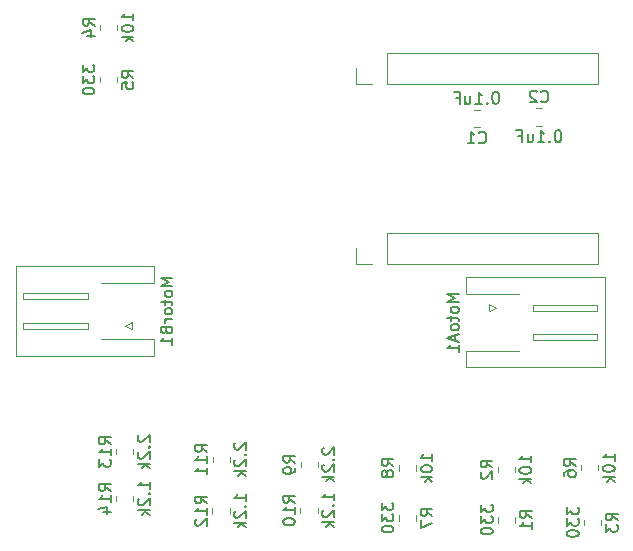
<source format=gbr>
%TF.GenerationSoftware,KiCad,Pcbnew,9.0.4*%
%TF.CreationDate,2025-10-15T08:51:35-06:00*%
%TF.ProjectId,Sumo_RapsPico,53756d6f-5f52-4617-9073-5069636f2e6b,rev?*%
%TF.SameCoordinates,Original*%
%TF.FileFunction,Legend,Bot*%
%TF.FilePolarity,Positive*%
%FSLAX46Y46*%
G04 Gerber Fmt 4.6, Leading zero omitted, Abs format (unit mm)*
G04 Created by KiCad (PCBNEW 9.0.4) date 2025-10-15 08:51:35*
%MOMM*%
%LPD*%
G01*
G04 APERTURE LIST*
%ADD10C,0.150000*%
%ADD11C,0.120000*%
G04 APERTURE END LIST*
D10*
X136564819Y-65821428D02*
X135564819Y-65821428D01*
X135564819Y-65821428D02*
X136279104Y-66154761D01*
X136279104Y-66154761D02*
X135564819Y-66488094D01*
X135564819Y-66488094D02*
X136564819Y-66488094D01*
X136564819Y-67107142D02*
X136517200Y-67011904D01*
X136517200Y-67011904D02*
X136469580Y-66964285D01*
X136469580Y-66964285D02*
X136374342Y-66916666D01*
X136374342Y-66916666D02*
X136088628Y-66916666D01*
X136088628Y-66916666D02*
X135993390Y-66964285D01*
X135993390Y-66964285D02*
X135945771Y-67011904D01*
X135945771Y-67011904D02*
X135898152Y-67107142D01*
X135898152Y-67107142D02*
X135898152Y-67249999D01*
X135898152Y-67249999D02*
X135945771Y-67345237D01*
X135945771Y-67345237D02*
X135993390Y-67392856D01*
X135993390Y-67392856D02*
X136088628Y-67440475D01*
X136088628Y-67440475D02*
X136374342Y-67440475D01*
X136374342Y-67440475D02*
X136469580Y-67392856D01*
X136469580Y-67392856D02*
X136517200Y-67345237D01*
X136517200Y-67345237D02*
X136564819Y-67249999D01*
X136564819Y-67249999D02*
X136564819Y-67107142D01*
X135898152Y-67726190D02*
X135898152Y-68107142D01*
X135564819Y-67869047D02*
X136421961Y-67869047D01*
X136421961Y-67869047D02*
X136517200Y-67916666D01*
X136517200Y-67916666D02*
X136564819Y-68011904D01*
X136564819Y-68011904D02*
X136564819Y-68107142D01*
X136564819Y-68583333D02*
X136517200Y-68488095D01*
X136517200Y-68488095D02*
X136469580Y-68440476D01*
X136469580Y-68440476D02*
X136374342Y-68392857D01*
X136374342Y-68392857D02*
X136088628Y-68392857D01*
X136088628Y-68392857D02*
X135993390Y-68440476D01*
X135993390Y-68440476D02*
X135945771Y-68488095D01*
X135945771Y-68488095D02*
X135898152Y-68583333D01*
X135898152Y-68583333D02*
X135898152Y-68726190D01*
X135898152Y-68726190D02*
X135945771Y-68821428D01*
X135945771Y-68821428D02*
X135993390Y-68869047D01*
X135993390Y-68869047D02*
X136088628Y-68916666D01*
X136088628Y-68916666D02*
X136374342Y-68916666D01*
X136374342Y-68916666D02*
X136469580Y-68869047D01*
X136469580Y-68869047D02*
X136517200Y-68821428D01*
X136517200Y-68821428D02*
X136564819Y-68726190D01*
X136564819Y-68726190D02*
X136564819Y-68583333D01*
X136279104Y-69297619D02*
X136279104Y-69773809D01*
X136564819Y-69202381D02*
X135564819Y-69535714D01*
X135564819Y-69535714D02*
X136564819Y-69869047D01*
X136564819Y-70726190D02*
X136564819Y-70154762D01*
X136564819Y-70440476D02*
X135564819Y-70440476D01*
X135564819Y-70440476D02*
X135707676Y-70345238D01*
X135707676Y-70345238D02*
X135802914Y-70250000D01*
X135802914Y-70250000D02*
X135850533Y-70154762D01*
X139404819Y-80533333D02*
X138928628Y-80200000D01*
X139404819Y-79961905D02*
X138404819Y-79961905D01*
X138404819Y-79961905D02*
X138404819Y-80342857D01*
X138404819Y-80342857D02*
X138452438Y-80438095D01*
X138452438Y-80438095D02*
X138500057Y-80485714D01*
X138500057Y-80485714D02*
X138595295Y-80533333D01*
X138595295Y-80533333D02*
X138738152Y-80533333D01*
X138738152Y-80533333D02*
X138833390Y-80485714D01*
X138833390Y-80485714D02*
X138881009Y-80438095D01*
X138881009Y-80438095D02*
X138928628Y-80342857D01*
X138928628Y-80342857D02*
X138928628Y-79961905D01*
X138500057Y-80914286D02*
X138452438Y-80961905D01*
X138452438Y-80961905D02*
X138404819Y-81057143D01*
X138404819Y-81057143D02*
X138404819Y-81295238D01*
X138404819Y-81295238D02*
X138452438Y-81390476D01*
X138452438Y-81390476D02*
X138500057Y-81438095D01*
X138500057Y-81438095D02*
X138595295Y-81485714D01*
X138595295Y-81485714D02*
X138690533Y-81485714D01*
X138690533Y-81485714D02*
X138833390Y-81438095D01*
X138833390Y-81438095D02*
X139404819Y-80866667D01*
X139404819Y-80866667D02*
X139404819Y-81485714D01*
X142704819Y-80104761D02*
X142704819Y-79533333D01*
X142704819Y-79819047D02*
X141704819Y-79819047D01*
X141704819Y-79819047D02*
X141847676Y-79723809D01*
X141847676Y-79723809D02*
X141942914Y-79628571D01*
X141942914Y-79628571D02*
X141990533Y-79533333D01*
X141704819Y-80723809D02*
X141704819Y-80819047D01*
X141704819Y-80819047D02*
X141752438Y-80914285D01*
X141752438Y-80914285D02*
X141800057Y-80961904D01*
X141800057Y-80961904D02*
X141895295Y-81009523D01*
X141895295Y-81009523D02*
X142085771Y-81057142D01*
X142085771Y-81057142D02*
X142323866Y-81057142D01*
X142323866Y-81057142D02*
X142514342Y-81009523D01*
X142514342Y-81009523D02*
X142609580Y-80961904D01*
X142609580Y-80961904D02*
X142657200Y-80914285D01*
X142657200Y-80914285D02*
X142704819Y-80819047D01*
X142704819Y-80819047D02*
X142704819Y-80723809D01*
X142704819Y-80723809D02*
X142657200Y-80628571D01*
X142657200Y-80628571D02*
X142609580Y-80580952D01*
X142609580Y-80580952D02*
X142514342Y-80533333D01*
X142514342Y-80533333D02*
X142323866Y-80485714D01*
X142323866Y-80485714D02*
X142085771Y-80485714D01*
X142085771Y-80485714D02*
X141895295Y-80533333D01*
X141895295Y-80533333D02*
X141800057Y-80580952D01*
X141800057Y-80580952D02*
X141752438Y-80628571D01*
X141752438Y-80628571D02*
X141704819Y-80723809D01*
X142704819Y-81485714D02*
X141704819Y-81485714D01*
X142323866Y-81580952D02*
X142704819Y-81866666D01*
X142038152Y-81866666D02*
X142419104Y-81485714D01*
X131034819Y-80403333D02*
X130558628Y-80070000D01*
X131034819Y-79831905D02*
X130034819Y-79831905D01*
X130034819Y-79831905D02*
X130034819Y-80212857D01*
X130034819Y-80212857D02*
X130082438Y-80308095D01*
X130082438Y-80308095D02*
X130130057Y-80355714D01*
X130130057Y-80355714D02*
X130225295Y-80403333D01*
X130225295Y-80403333D02*
X130368152Y-80403333D01*
X130368152Y-80403333D02*
X130463390Y-80355714D01*
X130463390Y-80355714D02*
X130511009Y-80308095D01*
X130511009Y-80308095D02*
X130558628Y-80212857D01*
X130558628Y-80212857D02*
X130558628Y-79831905D01*
X130463390Y-80974762D02*
X130415771Y-80879524D01*
X130415771Y-80879524D02*
X130368152Y-80831905D01*
X130368152Y-80831905D02*
X130272914Y-80784286D01*
X130272914Y-80784286D02*
X130225295Y-80784286D01*
X130225295Y-80784286D02*
X130130057Y-80831905D01*
X130130057Y-80831905D02*
X130082438Y-80879524D01*
X130082438Y-80879524D02*
X130034819Y-80974762D01*
X130034819Y-80974762D02*
X130034819Y-81165238D01*
X130034819Y-81165238D02*
X130082438Y-81260476D01*
X130082438Y-81260476D02*
X130130057Y-81308095D01*
X130130057Y-81308095D02*
X130225295Y-81355714D01*
X130225295Y-81355714D02*
X130272914Y-81355714D01*
X130272914Y-81355714D02*
X130368152Y-81308095D01*
X130368152Y-81308095D02*
X130415771Y-81260476D01*
X130415771Y-81260476D02*
X130463390Y-81165238D01*
X130463390Y-81165238D02*
X130463390Y-80974762D01*
X130463390Y-80974762D02*
X130511009Y-80879524D01*
X130511009Y-80879524D02*
X130558628Y-80831905D01*
X130558628Y-80831905D02*
X130653866Y-80784286D01*
X130653866Y-80784286D02*
X130844342Y-80784286D01*
X130844342Y-80784286D02*
X130939580Y-80831905D01*
X130939580Y-80831905D02*
X130987200Y-80879524D01*
X130987200Y-80879524D02*
X131034819Y-80974762D01*
X131034819Y-80974762D02*
X131034819Y-81165238D01*
X131034819Y-81165238D02*
X130987200Y-81260476D01*
X130987200Y-81260476D02*
X130939580Y-81308095D01*
X130939580Y-81308095D02*
X130844342Y-81355714D01*
X130844342Y-81355714D02*
X130653866Y-81355714D01*
X130653866Y-81355714D02*
X130558628Y-81308095D01*
X130558628Y-81308095D02*
X130511009Y-81260476D01*
X130511009Y-81260476D02*
X130463390Y-81165238D01*
X134334819Y-79974761D02*
X134334819Y-79403333D01*
X134334819Y-79689047D02*
X133334819Y-79689047D01*
X133334819Y-79689047D02*
X133477676Y-79593809D01*
X133477676Y-79593809D02*
X133572914Y-79498571D01*
X133572914Y-79498571D02*
X133620533Y-79403333D01*
X133334819Y-80593809D02*
X133334819Y-80689047D01*
X133334819Y-80689047D02*
X133382438Y-80784285D01*
X133382438Y-80784285D02*
X133430057Y-80831904D01*
X133430057Y-80831904D02*
X133525295Y-80879523D01*
X133525295Y-80879523D02*
X133715771Y-80927142D01*
X133715771Y-80927142D02*
X133953866Y-80927142D01*
X133953866Y-80927142D02*
X134144342Y-80879523D01*
X134144342Y-80879523D02*
X134239580Y-80831904D01*
X134239580Y-80831904D02*
X134287200Y-80784285D01*
X134287200Y-80784285D02*
X134334819Y-80689047D01*
X134334819Y-80689047D02*
X134334819Y-80593809D01*
X134334819Y-80593809D02*
X134287200Y-80498571D01*
X134287200Y-80498571D02*
X134239580Y-80450952D01*
X134239580Y-80450952D02*
X134144342Y-80403333D01*
X134144342Y-80403333D02*
X133953866Y-80355714D01*
X133953866Y-80355714D02*
X133715771Y-80355714D01*
X133715771Y-80355714D02*
X133525295Y-80403333D01*
X133525295Y-80403333D02*
X133430057Y-80450952D01*
X133430057Y-80450952D02*
X133382438Y-80498571D01*
X133382438Y-80498571D02*
X133334819Y-80593809D01*
X134334819Y-81355714D02*
X133334819Y-81355714D01*
X133953866Y-81450952D02*
X134334819Y-81736666D01*
X133668152Y-81736666D02*
X134049104Y-81355714D01*
X109014819Y-47543333D02*
X108538628Y-47210000D01*
X109014819Y-46971905D02*
X108014819Y-46971905D01*
X108014819Y-46971905D02*
X108014819Y-47352857D01*
X108014819Y-47352857D02*
X108062438Y-47448095D01*
X108062438Y-47448095D02*
X108110057Y-47495714D01*
X108110057Y-47495714D02*
X108205295Y-47543333D01*
X108205295Y-47543333D02*
X108348152Y-47543333D01*
X108348152Y-47543333D02*
X108443390Y-47495714D01*
X108443390Y-47495714D02*
X108491009Y-47448095D01*
X108491009Y-47448095D02*
X108538628Y-47352857D01*
X108538628Y-47352857D02*
X108538628Y-46971905D01*
X108014819Y-48448095D02*
X108014819Y-47971905D01*
X108014819Y-47971905D02*
X108491009Y-47924286D01*
X108491009Y-47924286D02*
X108443390Y-47971905D01*
X108443390Y-47971905D02*
X108395771Y-48067143D01*
X108395771Y-48067143D02*
X108395771Y-48305238D01*
X108395771Y-48305238D02*
X108443390Y-48400476D01*
X108443390Y-48400476D02*
X108491009Y-48448095D01*
X108491009Y-48448095D02*
X108586247Y-48495714D01*
X108586247Y-48495714D02*
X108824342Y-48495714D01*
X108824342Y-48495714D02*
X108919580Y-48448095D01*
X108919580Y-48448095D02*
X108967200Y-48400476D01*
X108967200Y-48400476D02*
X109014819Y-48305238D01*
X109014819Y-48305238D02*
X109014819Y-48067143D01*
X109014819Y-48067143D02*
X108967200Y-47971905D01*
X108967200Y-47971905D02*
X108919580Y-47924286D01*
X104714819Y-46424286D02*
X104714819Y-47043333D01*
X104714819Y-47043333D02*
X105095771Y-46710000D01*
X105095771Y-46710000D02*
X105095771Y-46852857D01*
X105095771Y-46852857D02*
X105143390Y-46948095D01*
X105143390Y-46948095D02*
X105191009Y-46995714D01*
X105191009Y-46995714D02*
X105286247Y-47043333D01*
X105286247Y-47043333D02*
X105524342Y-47043333D01*
X105524342Y-47043333D02*
X105619580Y-46995714D01*
X105619580Y-46995714D02*
X105667200Y-46948095D01*
X105667200Y-46948095D02*
X105714819Y-46852857D01*
X105714819Y-46852857D02*
X105714819Y-46567143D01*
X105714819Y-46567143D02*
X105667200Y-46471905D01*
X105667200Y-46471905D02*
X105619580Y-46424286D01*
X104714819Y-47376667D02*
X104714819Y-47995714D01*
X104714819Y-47995714D02*
X105095771Y-47662381D01*
X105095771Y-47662381D02*
X105095771Y-47805238D01*
X105095771Y-47805238D02*
X105143390Y-47900476D01*
X105143390Y-47900476D02*
X105191009Y-47948095D01*
X105191009Y-47948095D02*
X105286247Y-47995714D01*
X105286247Y-47995714D02*
X105524342Y-47995714D01*
X105524342Y-47995714D02*
X105619580Y-47948095D01*
X105619580Y-47948095D02*
X105667200Y-47900476D01*
X105667200Y-47900476D02*
X105714819Y-47805238D01*
X105714819Y-47805238D02*
X105714819Y-47519524D01*
X105714819Y-47519524D02*
X105667200Y-47424286D01*
X105667200Y-47424286D02*
X105619580Y-47376667D01*
X104714819Y-48614762D02*
X104714819Y-48710000D01*
X104714819Y-48710000D02*
X104762438Y-48805238D01*
X104762438Y-48805238D02*
X104810057Y-48852857D01*
X104810057Y-48852857D02*
X104905295Y-48900476D01*
X104905295Y-48900476D02*
X105095771Y-48948095D01*
X105095771Y-48948095D02*
X105333866Y-48948095D01*
X105333866Y-48948095D02*
X105524342Y-48900476D01*
X105524342Y-48900476D02*
X105619580Y-48852857D01*
X105619580Y-48852857D02*
X105667200Y-48805238D01*
X105667200Y-48805238D02*
X105714819Y-48710000D01*
X105714819Y-48710000D02*
X105714819Y-48614762D01*
X105714819Y-48614762D02*
X105667200Y-48519524D01*
X105667200Y-48519524D02*
X105619580Y-48471905D01*
X105619580Y-48471905D02*
X105524342Y-48424286D01*
X105524342Y-48424286D02*
X105333866Y-48376667D01*
X105333866Y-48376667D02*
X105095771Y-48376667D01*
X105095771Y-48376667D02*
X104905295Y-48424286D01*
X104905295Y-48424286D02*
X104810057Y-48471905D01*
X104810057Y-48471905D02*
X104762438Y-48519524D01*
X104762438Y-48519524D02*
X104714819Y-48614762D01*
X142724819Y-84803333D02*
X142248628Y-84470000D01*
X142724819Y-84231905D02*
X141724819Y-84231905D01*
X141724819Y-84231905D02*
X141724819Y-84612857D01*
X141724819Y-84612857D02*
X141772438Y-84708095D01*
X141772438Y-84708095D02*
X141820057Y-84755714D01*
X141820057Y-84755714D02*
X141915295Y-84803333D01*
X141915295Y-84803333D02*
X142058152Y-84803333D01*
X142058152Y-84803333D02*
X142153390Y-84755714D01*
X142153390Y-84755714D02*
X142201009Y-84708095D01*
X142201009Y-84708095D02*
X142248628Y-84612857D01*
X142248628Y-84612857D02*
X142248628Y-84231905D01*
X142724819Y-85755714D02*
X142724819Y-85184286D01*
X142724819Y-85470000D02*
X141724819Y-85470000D01*
X141724819Y-85470000D02*
X141867676Y-85374762D01*
X141867676Y-85374762D02*
X141962914Y-85279524D01*
X141962914Y-85279524D02*
X142010533Y-85184286D01*
X138424819Y-83684286D02*
X138424819Y-84303333D01*
X138424819Y-84303333D02*
X138805771Y-83970000D01*
X138805771Y-83970000D02*
X138805771Y-84112857D01*
X138805771Y-84112857D02*
X138853390Y-84208095D01*
X138853390Y-84208095D02*
X138901009Y-84255714D01*
X138901009Y-84255714D02*
X138996247Y-84303333D01*
X138996247Y-84303333D02*
X139234342Y-84303333D01*
X139234342Y-84303333D02*
X139329580Y-84255714D01*
X139329580Y-84255714D02*
X139377200Y-84208095D01*
X139377200Y-84208095D02*
X139424819Y-84112857D01*
X139424819Y-84112857D02*
X139424819Y-83827143D01*
X139424819Y-83827143D02*
X139377200Y-83731905D01*
X139377200Y-83731905D02*
X139329580Y-83684286D01*
X138424819Y-84636667D02*
X138424819Y-85255714D01*
X138424819Y-85255714D02*
X138805771Y-84922381D01*
X138805771Y-84922381D02*
X138805771Y-85065238D01*
X138805771Y-85065238D02*
X138853390Y-85160476D01*
X138853390Y-85160476D02*
X138901009Y-85208095D01*
X138901009Y-85208095D02*
X138996247Y-85255714D01*
X138996247Y-85255714D02*
X139234342Y-85255714D01*
X139234342Y-85255714D02*
X139329580Y-85208095D01*
X139329580Y-85208095D02*
X139377200Y-85160476D01*
X139377200Y-85160476D02*
X139424819Y-85065238D01*
X139424819Y-85065238D02*
X139424819Y-84779524D01*
X139424819Y-84779524D02*
X139377200Y-84684286D01*
X139377200Y-84684286D02*
X139329580Y-84636667D01*
X138424819Y-85874762D02*
X138424819Y-85970000D01*
X138424819Y-85970000D02*
X138472438Y-86065238D01*
X138472438Y-86065238D02*
X138520057Y-86112857D01*
X138520057Y-86112857D02*
X138615295Y-86160476D01*
X138615295Y-86160476D02*
X138805771Y-86208095D01*
X138805771Y-86208095D02*
X139043866Y-86208095D01*
X139043866Y-86208095D02*
X139234342Y-86160476D01*
X139234342Y-86160476D02*
X139329580Y-86112857D01*
X139329580Y-86112857D02*
X139377200Y-86065238D01*
X139377200Y-86065238D02*
X139424819Y-85970000D01*
X139424819Y-85970000D02*
X139424819Y-85874762D01*
X139424819Y-85874762D02*
X139377200Y-85779524D01*
X139377200Y-85779524D02*
X139329580Y-85731905D01*
X139329580Y-85731905D02*
X139234342Y-85684286D01*
X139234342Y-85684286D02*
X139043866Y-85636667D01*
X139043866Y-85636667D02*
X138805771Y-85636667D01*
X138805771Y-85636667D02*
X138615295Y-85684286D01*
X138615295Y-85684286D02*
X138520057Y-85731905D01*
X138520057Y-85731905D02*
X138472438Y-85779524D01*
X138472438Y-85779524D02*
X138424819Y-85874762D01*
X122694819Y-83507142D02*
X122218628Y-83173809D01*
X122694819Y-82935714D02*
X121694819Y-82935714D01*
X121694819Y-82935714D02*
X121694819Y-83316666D01*
X121694819Y-83316666D02*
X121742438Y-83411904D01*
X121742438Y-83411904D02*
X121790057Y-83459523D01*
X121790057Y-83459523D02*
X121885295Y-83507142D01*
X121885295Y-83507142D02*
X122028152Y-83507142D01*
X122028152Y-83507142D02*
X122123390Y-83459523D01*
X122123390Y-83459523D02*
X122171009Y-83411904D01*
X122171009Y-83411904D02*
X122218628Y-83316666D01*
X122218628Y-83316666D02*
X122218628Y-82935714D01*
X122694819Y-84459523D02*
X122694819Y-83888095D01*
X122694819Y-84173809D02*
X121694819Y-84173809D01*
X121694819Y-84173809D02*
X121837676Y-84078571D01*
X121837676Y-84078571D02*
X121932914Y-83983333D01*
X121932914Y-83983333D02*
X121980533Y-83888095D01*
X121694819Y-85078571D02*
X121694819Y-85173809D01*
X121694819Y-85173809D02*
X121742438Y-85269047D01*
X121742438Y-85269047D02*
X121790057Y-85316666D01*
X121790057Y-85316666D02*
X121885295Y-85364285D01*
X121885295Y-85364285D02*
X122075771Y-85411904D01*
X122075771Y-85411904D02*
X122313866Y-85411904D01*
X122313866Y-85411904D02*
X122504342Y-85364285D01*
X122504342Y-85364285D02*
X122599580Y-85316666D01*
X122599580Y-85316666D02*
X122647200Y-85269047D01*
X122647200Y-85269047D02*
X122694819Y-85173809D01*
X122694819Y-85173809D02*
X122694819Y-85078571D01*
X122694819Y-85078571D02*
X122647200Y-84983333D01*
X122647200Y-84983333D02*
X122599580Y-84935714D01*
X122599580Y-84935714D02*
X122504342Y-84888095D01*
X122504342Y-84888095D02*
X122313866Y-84840476D01*
X122313866Y-84840476D02*
X122075771Y-84840476D01*
X122075771Y-84840476D02*
X121885295Y-84888095D01*
X121885295Y-84888095D02*
X121790057Y-84935714D01*
X121790057Y-84935714D02*
X121742438Y-84983333D01*
X121742438Y-84983333D02*
X121694819Y-85078571D01*
X125994819Y-83316666D02*
X125994819Y-82745238D01*
X125994819Y-83030952D02*
X124994819Y-83030952D01*
X124994819Y-83030952D02*
X125137676Y-82935714D01*
X125137676Y-82935714D02*
X125232914Y-82840476D01*
X125232914Y-82840476D02*
X125280533Y-82745238D01*
X125899580Y-83745238D02*
X125947200Y-83792857D01*
X125947200Y-83792857D02*
X125994819Y-83745238D01*
X125994819Y-83745238D02*
X125947200Y-83697619D01*
X125947200Y-83697619D02*
X125899580Y-83745238D01*
X125899580Y-83745238D02*
X125994819Y-83745238D01*
X125090057Y-84173809D02*
X125042438Y-84221428D01*
X125042438Y-84221428D02*
X124994819Y-84316666D01*
X124994819Y-84316666D02*
X124994819Y-84554761D01*
X124994819Y-84554761D02*
X125042438Y-84649999D01*
X125042438Y-84649999D02*
X125090057Y-84697618D01*
X125090057Y-84697618D02*
X125185295Y-84745237D01*
X125185295Y-84745237D02*
X125280533Y-84745237D01*
X125280533Y-84745237D02*
X125423390Y-84697618D01*
X125423390Y-84697618D02*
X125994819Y-84126190D01*
X125994819Y-84126190D02*
X125994819Y-84745237D01*
X125994819Y-85173809D02*
X124994819Y-85173809D01*
X125613866Y-85269047D02*
X125994819Y-85554761D01*
X125328152Y-85554761D02*
X125709104Y-85173809D01*
X134334819Y-84633333D02*
X133858628Y-84300000D01*
X134334819Y-84061905D02*
X133334819Y-84061905D01*
X133334819Y-84061905D02*
X133334819Y-84442857D01*
X133334819Y-84442857D02*
X133382438Y-84538095D01*
X133382438Y-84538095D02*
X133430057Y-84585714D01*
X133430057Y-84585714D02*
X133525295Y-84633333D01*
X133525295Y-84633333D02*
X133668152Y-84633333D01*
X133668152Y-84633333D02*
X133763390Y-84585714D01*
X133763390Y-84585714D02*
X133811009Y-84538095D01*
X133811009Y-84538095D02*
X133858628Y-84442857D01*
X133858628Y-84442857D02*
X133858628Y-84061905D01*
X133334819Y-84966667D02*
X133334819Y-85633333D01*
X133334819Y-85633333D02*
X134334819Y-85204762D01*
X130034819Y-83514286D02*
X130034819Y-84133333D01*
X130034819Y-84133333D02*
X130415771Y-83800000D01*
X130415771Y-83800000D02*
X130415771Y-83942857D01*
X130415771Y-83942857D02*
X130463390Y-84038095D01*
X130463390Y-84038095D02*
X130511009Y-84085714D01*
X130511009Y-84085714D02*
X130606247Y-84133333D01*
X130606247Y-84133333D02*
X130844342Y-84133333D01*
X130844342Y-84133333D02*
X130939580Y-84085714D01*
X130939580Y-84085714D02*
X130987200Y-84038095D01*
X130987200Y-84038095D02*
X131034819Y-83942857D01*
X131034819Y-83942857D02*
X131034819Y-83657143D01*
X131034819Y-83657143D02*
X130987200Y-83561905D01*
X130987200Y-83561905D02*
X130939580Y-83514286D01*
X130034819Y-84466667D02*
X130034819Y-85085714D01*
X130034819Y-85085714D02*
X130415771Y-84752381D01*
X130415771Y-84752381D02*
X130415771Y-84895238D01*
X130415771Y-84895238D02*
X130463390Y-84990476D01*
X130463390Y-84990476D02*
X130511009Y-85038095D01*
X130511009Y-85038095D02*
X130606247Y-85085714D01*
X130606247Y-85085714D02*
X130844342Y-85085714D01*
X130844342Y-85085714D02*
X130939580Y-85038095D01*
X130939580Y-85038095D02*
X130987200Y-84990476D01*
X130987200Y-84990476D02*
X131034819Y-84895238D01*
X131034819Y-84895238D02*
X131034819Y-84609524D01*
X131034819Y-84609524D02*
X130987200Y-84514286D01*
X130987200Y-84514286D02*
X130939580Y-84466667D01*
X130034819Y-85704762D02*
X130034819Y-85800000D01*
X130034819Y-85800000D02*
X130082438Y-85895238D01*
X130082438Y-85895238D02*
X130130057Y-85942857D01*
X130130057Y-85942857D02*
X130225295Y-85990476D01*
X130225295Y-85990476D02*
X130415771Y-86038095D01*
X130415771Y-86038095D02*
X130653866Y-86038095D01*
X130653866Y-86038095D02*
X130844342Y-85990476D01*
X130844342Y-85990476D02*
X130939580Y-85942857D01*
X130939580Y-85942857D02*
X130987200Y-85895238D01*
X130987200Y-85895238D02*
X131034819Y-85800000D01*
X131034819Y-85800000D02*
X131034819Y-85704762D01*
X131034819Y-85704762D02*
X130987200Y-85609524D01*
X130987200Y-85609524D02*
X130939580Y-85561905D01*
X130939580Y-85561905D02*
X130844342Y-85514286D01*
X130844342Y-85514286D02*
X130653866Y-85466667D01*
X130653866Y-85466667D02*
X130415771Y-85466667D01*
X130415771Y-85466667D02*
X130225295Y-85514286D01*
X130225295Y-85514286D02*
X130130057Y-85561905D01*
X130130057Y-85561905D02*
X130082438Y-85609524D01*
X130082438Y-85609524D02*
X130034819Y-85704762D01*
X143536666Y-49529580D02*
X143584285Y-49577200D01*
X143584285Y-49577200D02*
X143727142Y-49624819D01*
X143727142Y-49624819D02*
X143822380Y-49624819D01*
X143822380Y-49624819D02*
X143965237Y-49577200D01*
X143965237Y-49577200D02*
X144060475Y-49481961D01*
X144060475Y-49481961D02*
X144108094Y-49386723D01*
X144108094Y-49386723D02*
X144155713Y-49196247D01*
X144155713Y-49196247D02*
X144155713Y-49053390D01*
X144155713Y-49053390D02*
X144108094Y-48862914D01*
X144108094Y-48862914D02*
X144060475Y-48767676D01*
X144060475Y-48767676D02*
X143965237Y-48672438D01*
X143965237Y-48672438D02*
X143822380Y-48624819D01*
X143822380Y-48624819D02*
X143727142Y-48624819D01*
X143727142Y-48624819D02*
X143584285Y-48672438D01*
X143584285Y-48672438D02*
X143536666Y-48720057D01*
X143155713Y-48720057D02*
X143108094Y-48672438D01*
X143108094Y-48672438D02*
X143012856Y-48624819D01*
X143012856Y-48624819D02*
X142774761Y-48624819D01*
X142774761Y-48624819D02*
X142679523Y-48672438D01*
X142679523Y-48672438D02*
X142631904Y-48720057D01*
X142631904Y-48720057D02*
X142584285Y-48815295D01*
X142584285Y-48815295D02*
X142584285Y-48910533D01*
X142584285Y-48910533D02*
X142631904Y-49053390D01*
X142631904Y-49053390D02*
X143203332Y-49624819D01*
X143203332Y-49624819D02*
X142584285Y-49624819D01*
X145012856Y-51984819D02*
X144917618Y-51984819D01*
X144917618Y-51984819D02*
X144822380Y-52032438D01*
X144822380Y-52032438D02*
X144774761Y-52080057D01*
X144774761Y-52080057D02*
X144727142Y-52175295D01*
X144727142Y-52175295D02*
X144679523Y-52365771D01*
X144679523Y-52365771D02*
X144679523Y-52603866D01*
X144679523Y-52603866D02*
X144727142Y-52794342D01*
X144727142Y-52794342D02*
X144774761Y-52889580D01*
X144774761Y-52889580D02*
X144822380Y-52937200D01*
X144822380Y-52937200D02*
X144917618Y-52984819D01*
X144917618Y-52984819D02*
X145012856Y-52984819D01*
X145012856Y-52984819D02*
X145108094Y-52937200D01*
X145108094Y-52937200D02*
X145155713Y-52889580D01*
X145155713Y-52889580D02*
X145203332Y-52794342D01*
X145203332Y-52794342D02*
X145250951Y-52603866D01*
X145250951Y-52603866D02*
X145250951Y-52365771D01*
X145250951Y-52365771D02*
X145203332Y-52175295D01*
X145203332Y-52175295D02*
X145155713Y-52080057D01*
X145155713Y-52080057D02*
X145108094Y-52032438D01*
X145108094Y-52032438D02*
X145012856Y-51984819D01*
X144250951Y-52889580D02*
X144203332Y-52937200D01*
X144203332Y-52937200D02*
X144250951Y-52984819D01*
X144250951Y-52984819D02*
X144298570Y-52937200D01*
X144298570Y-52937200D02*
X144250951Y-52889580D01*
X144250951Y-52889580D02*
X144250951Y-52984819D01*
X143250952Y-52984819D02*
X143822380Y-52984819D01*
X143536666Y-52984819D02*
X143536666Y-51984819D01*
X143536666Y-51984819D02*
X143631904Y-52127676D01*
X143631904Y-52127676D02*
X143727142Y-52222914D01*
X143727142Y-52222914D02*
X143822380Y-52270533D01*
X142393809Y-52318152D02*
X142393809Y-52984819D01*
X142822380Y-52318152D02*
X142822380Y-52841961D01*
X142822380Y-52841961D02*
X142774761Y-52937200D01*
X142774761Y-52937200D02*
X142679523Y-52984819D01*
X142679523Y-52984819D02*
X142536666Y-52984819D01*
X142536666Y-52984819D02*
X142441428Y-52937200D01*
X142441428Y-52937200D02*
X142393809Y-52889580D01*
X141584285Y-52461009D02*
X141917618Y-52461009D01*
X141917618Y-52984819D02*
X141917618Y-51984819D01*
X141917618Y-51984819D02*
X141441428Y-51984819D01*
X122724819Y-80113333D02*
X122248628Y-79780000D01*
X122724819Y-79541905D02*
X121724819Y-79541905D01*
X121724819Y-79541905D02*
X121724819Y-79922857D01*
X121724819Y-79922857D02*
X121772438Y-80018095D01*
X121772438Y-80018095D02*
X121820057Y-80065714D01*
X121820057Y-80065714D02*
X121915295Y-80113333D01*
X121915295Y-80113333D02*
X122058152Y-80113333D01*
X122058152Y-80113333D02*
X122153390Y-80065714D01*
X122153390Y-80065714D02*
X122201009Y-80018095D01*
X122201009Y-80018095D02*
X122248628Y-79922857D01*
X122248628Y-79922857D02*
X122248628Y-79541905D01*
X122724819Y-80589524D02*
X122724819Y-80780000D01*
X122724819Y-80780000D02*
X122677200Y-80875238D01*
X122677200Y-80875238D02*
X122629580Y-80922857D01*
X122629580Y-80922857D02*
X122486723Y-81018095D01*
X122486723Y-81018095D02*
X122296247Y-81065714D01*
X122296247Y-81065714D02*
X121915295Y-81065714D01*
X121915295Y-81065714D02*
X121820057Y-81018095D01*
X121820057Y-81018095D02*
X121772438Y-80970476D01*
X121772438Y-80970476D02*
X121724819Y-80875238D01*
X121724819Y-80875238D02*
X121724819Y-80684762D01*
X121724819Y-80684762D02*
X121772438Y-80589524D01*
X121772438Y-80589524D02*
X121820057Y-80541905D01*
X121820057Y-80541905D02*
X121915295Y-80494286D01*
X121915295Y-80494286D02*
X122153390Y-80494286D01*
X122153390Y-80494286D02*
X122248628Y-80541905D01*
X122248628Y-80541905D02*
X122296247Y-80589524D01*
X122296247Y-80589524D02*
X122343866Y-80684762D01*
X122343866Y-80684762D02*
X122343866Y-80875238D01*
X122343866Y-80875238D02*
X122296247Y-80970476D01*
X122296247Y-80970476D02*
X122248628Y-81018095D01*
X122248628Y-81018095D02*
X122153390Y-81065714D01*
X125120057Y-78875238D02*
X125072438Y-78922857D01*
X125072438Y-78922857D02*
X125024819Y-79018095D01*
X125024819Y-79018095D02*
X125024819Y-79256190D01*
X125024819Y-79256190D02*
X125072438Y-79351428D01*
X125072438Y-79351428D02*
X125120057Y-79399047D01*
X125120057Y-79399047D02*
X125215295Y-79446666D01*
X125215295Y-79446666D02*
X125310533Y-79446666D01*
X125310533Y-79446666D02*
X125453390Y-79399047D01*
X125453390Y-79399047D02*
X126024819Y-78827619D01*
X126024819Y-78827619D02*
X126024819Y-79446666D01*
X125929580Y-79875238D02*
X125977200Y-79922857D01*
X125977200Y-79922857D02*
X126024819Y-79875238D01*
X126024819Y-79875238D02*
X125977200Y-79827619D01*
X125977200Y-79827619D02*
X125929580Y-79875238D01*
X125929580Y-79875238D02*
X126024819Y-79875238D01*
X125120057Y-80303809D02*
X125072438Y-80351428D01*
X125072438Y-80351428D02*
X125024819Y-80446666D01*
X125024819Y-80446666D02*
X125024819Y-80684761D01*
X125024819Y-80684761D02*
X125072438Y-80779999D01*
X125072438Y-80779999D02*
X125120057Y-80827618D01*
X125120057Y-80827618D02*
X125215295Y-80875237D01*
X125215295Y-80875237D02*
X125310533Y-80875237D01*
X125310533Y-80875237D02*
X125453390Y-80827618D01*
X125453390Y-80827618D02*
X126024819Y-80256190D01*
X126024819Y-80256190D02*
X126024819Y-80875237D01*
X126024819Y-81303809D02*
X125024819Y-81303809D01*
X125643866Y-81399047D02*
X126024819Y-81684761D01*
X125358152Y-81684761D02*
X125739104Y-81303809D01*
X150014819Y-85013333D02*
X149538628Y-84680000D01*
X150014819Y-84441905D02*
X149014819Y-84441905D01*
X149014819Y-84441905D02*
X149014819Y-84822857D01*
X149014819Y-84822857D02*
X149062438Y-84918095D01*
X149062438Y-84918095D02*
X149110057Y-84965714D01*
X149110057Y-84965714D02*
X149205295Y-85013333D01*
X149205295Y-85013333D02*
X149348152Y-85013333D01*
X149348152Y-85013333D02*
X149443390Y-84965714D01*
X149443390Y-84965714D02*
X149491009Y-84918095D01*
X149491009Y-84918095D02*
X149538628Y-84822857D01*
X149538628Y-84822857D02*
X149538628Y-84441905D01*
X149014819Y-85346667D02*
X149014819Y-85965714D01*
X149014819Y-85965714D02*
X149395771Y-85632381D01*
X149395771Y-85632381D02*
X149395771Y-85775238D01*
X149395771Y-85775238D02*
X149443390Y-85870476D01*
X149443390Y-85870476D02*
X149491009Y-85918095D01*
X149491009Y-85918095D02*
X149586247Y-85965714D01*
X149586247Y-85965714D02*
X149824342Y-85965714D01*
X149824342Y-85965714D02*
X149919580Y-85918095D01*
X149919580Y-85918095D02*
X149967200Y-85870476D01*
X149967200Y-85870476D02*
X150014819Y-85775238D01*
X150014819Y-85775238D02*
X150014819Y-85489524D01*
X150014819Y-85489524D02*
X149967200Y-85394286D01*
X149967200Y-85394286D02*
X149919580Y-85346667D01*
X145714819Y-83894286D02*
X145714819Y-84513333D01*
X145714819Y-84513333D02*
X146095771Y-84180000D01*
X146095771Y-84180000D02*
X146095771Y-84322857D01*
X146095771Y-84322857D02*
X146143390Y-84418095D01*
X146143390Y-84418095D02*
X146191009Y-84465714D01*
X146191009Y-84465714D02*
X146286247Y-84513333D01*
X146286247Y-84513333D02*
X146524342Y-84513333D01*
X146524342Y-84513333D02*
X146619580Y-84465714D01*
X146619580Y-84465714D02*
X146667200Y-84418095D01*
X146667200Y-84418095D02*
X146714819Y-84322857D01*
X146714819Y-84322857D02*
X146714819Y-84037143D01*
X146714819Y-84037143D02*
X146667200Y-83941905D01*
X146667200Y-83941905D02*
X146619580Y-83894286D01*
X145714819Y-84846667D02*
X145714819Y-85465714D01*
X145714819Y-85465714D02*
X146095771Y-85132381D01*
X146095771Y-85132381D02*
X146095771Y-85275238D01*
X146095771Y-85275238D02*
X146143390Y-85370476D01*
X146143390Y-85370476D02*
X146191009Y-85418095D01*
X146191009Y-85418095D02*
X146286247Y-85465714D01*
X146286247Y-85465714D02*
X146524342Y-85465714D01*
X146524342Y-85465714D02*
X146619580Y-85418095D01*
X146619580Y-85418095D02*
X146667200Y-85370476D01*
X146667200Y-85370476D02*
X146714819Y-85275238D01*
X146714819Y-85275238D02*
X146714819Y-84989524D01*
X146714819Y-84989524D02*
X146667200Y-84894286D01*
X146667200Y-84894286D02*
X146619580Y-84846667D01*
X145714819Y-86084762D02*
X145714819Y-86180000D01*
X145714819Y-86180000D02*
X145762438Y-86275238D01*
X145762438Y-86275238D02*
X145810057Y-86322857D01*
X145810057Y-86322857D02*
X145905295Y-86370476D01*
X145905295Y-86370476D02*
X146095771Y-86418095D01*
X146095771Y-86418095D02*
X146333866Y-86418095D01*
X146333866Y-86418095D02*
X146524342Y-86370476D01*
X146524342Y-86370476D02*
X146619580Y-86322857D01*
X146619580Y-86322857D02*
X146667200Y-86275238D01*
X146667200Y-86275238D02*
X146714819Y-86180000D01*
X146714819Y-86180000D02*
X146714819Y-86084762D01*
X146714819Y-86084762D02*
X146667200Y-85989524D01*
X146667200Y-85989524D02*
X146619580Y-85941905D01*
X146619580Y-85941905D02*
X146524342Y-85894286D01*
X146524342Y-85894286D02*
X146333866Y-85846667D01*
X146333866Y-85846667D02*
X146095771Y-85846667D01*
X146095771Y-85846667D02*
X145905295Y-85894286D01*
X145905295Y-85894286D02*
X145810057Y-85941905D01*
X145810057Y-85941905D02*
X145762438Y-85989524D01*
X145762438Y-85989524D02*
X145714819Y-86084762D01*
X107094819Y-78557142D02*
X106618628Y-78223809D01*
X107094819Y-77985714D02*
X106094819Y-77985714D01*
X106094819Y-77985714D02*
X106094819Y-78366666D01*
X106094819Y-78366666D02*
X106142438Y-78461904D01*
X106142438Y-78461904D02*
X106190057Y-78509523D01*
X106190057Y-78509523D02*
X106285295Y-78557142D01*
X106285295Y-78557142D02*
X106428152Y-78557142D01*
X106428152Y-78557142D02*
X106523390Y-78509523D01*
X106523390Y-78509523D02*
X106571009Y-78461904D01*
X106571009Y-78461904D02*
X106618628Y-78366666D01*
X106618628Y-78366666D02*
X106618628Y-77985714D01*
X107094819Y-79509523D02*
X107094819Y-78938095D01*
X107094819Y-79223809D02*
X106094819Y-79223809D01*
X106094819Y-79223809D02*
X106237676Y-79128571D01*
X106237676Y-79128571D02*
X106332914Y-79033333D01*
X106332914Y-79033333D02*
X106380533Y-78938095D01*
X106094819Y-79842857D02*
X106094819Y-80461904D01*
X106094819Y-80461904D02*
X106475771Y-80128571D01*
X106475771Y-80128571D02*
X106475771Y-80271428D01*
X106475771Y-80271428D02*
X106523390Y-80366666D01*
X106523390Y-80366666D02*
X106571009Y-80414285D01*
X106571009Y-80414285D02*
X106666247Y-80461904D01*
X106666247Y-80461904D02*
X106904342Y-80461904D01*
X106904342Y-80461904D02*
X106999580Y-80414285D01*
X106999580Y-80414285D02*
X107047200Y-80366666D01*
X107047200Y-80366666D02*
X107094819Y-80271428D01*
X107094819Y-80271428D02*
X107094819Y-79985714D01*
X107094819Y-79985714D02*
X107047200Y-79890476D01*
X107047200Y-79890476D02*
X106999580Y-79842857D01*
X109490057Y-77795238D02*
X109442438Y-77842857D01*
X109442438Y-77842857D02*
X109394819Y-77938095D01*
X109394819Y-77938095D02*
X109394819Y-78176190D01*
X109394819Y-78176190D02*
X109442438Y-78271428D01*
X109442438Y-78271428D02*
X109490057Y-78319047D01*
X109490057Y-78319047D02*
X109585295Y-78366666D01*
X109585295Y-78366666D02*
X109680533Y-78366666D01*
X109680533Y-78366666D02*
X109823390Y-78319047D01*
X109823390Y-78319047D02*
X110394819Y-77747619D01*
X110394819Y-77747619D02*
X110394819Y-78366666D01*
X110299580Y-78795238D02*
X110347200Y-78842857D01*
X110347200Y-78842857D02*
X110394819Y-78795238D01*
X110394819Y-78795238D02*
X110347200Y-78747619D01*
X110347200Y-78747619D02*
X110299580Y-78795238D01*
X110299580Y-78795238D02*
X110394819Y-78795238D01*
X109490057Y-79223809D02*
X109442438Y-79271428D01*
X109442438Y-79271428D02*
X109394819Y-79366666D01*
X109394819Y-79366666D02*
X109394819Y-79604761D01*
X109394819Y-79604761D02*
X109442438Y-79699999D01*
X109442438Y-79699999D02*
X109490057Y-79747618D01*
X109490057Y-79747618D02*
X109585295Y-79795237D01*
X109585295Y-79795237D02*
X109680533Y-79795237D01*
X109680533Y-79795237D02*
X109823390Y-79747618D01*
X109823390Y-79747618D02*
X110394819Y-79176190D01*
X110394819Y-79176190D02*
X110394819Y-79795237D01*
X110394819Y-80223809D02*
X109394819Y-80223809D01*
X110013866Y-80319047D02*
X110394819Y-80604761D01*
X109728152Y-80604761D02*
X110109104Y-80223809D01*
X138266666Y-52999580D02*
X138314285Y-53047200D01*
X138314285Y-53047200D02*
X138457142Y-53094819D01*
X138457142Y-53094819D02*
X138552380Y-53094819D01*
X138552380Y-53094819D02*
X138695237Y-53047200D01*
X138695237Y-53047200D02*
X138790475Y-52951961D01*
X138790475Y-52951961D02*
X138838094Y-52856723D01*
X138838094Y-52856723D02*
X138885713Y-52666247D01*
X138885713Y-52666247D02*
X138885713Y-52523390D01*
X138885713Y-52523390D02*
X138838094Y-52332914D01*
X138838094Y-52332914D02*
X138790475Y-52237676D01*
X138790475Y-52237676D02*
X138695237Y-52142438D01*
X138695237Y-52142438D02*
X138552380Y-52094819D01*
X138552380Y-52094819D02*
X138457142Y-52094819D01*
X138457142Y-52094819D02*
X138314285Y-52142438D01*
X138314285Y-52142438D02*
X138266666Y-52190057D01*
X137314285Y-53094819D02*
X137885713Y-53094819D01*
X137599999Y-53094819D02*
X137599999Y-52094819D01*
X137599999Y-52094819D02*
X137695237Y-52237676D01*
X137695237Y-52237676D02*
X137790475Y-52332914D01*
X137790475Y-52332914D02*
X137885713Y-52380533D01*
X139742856Y-48734819D02*
X139647618Y-48734819D01*
X139647618Y-48734819D02*
X139552380Y-48782438D01*
X139552380Y-48782438D02*
X139504761Y-48830057D01*
X139504761Y-48830057D02*
X139457142Y-48925295D01*
X139457142Y-48925295D02*
X139409523Y-49115771D01*
X139409523Y-49115771D02*
X139409523Y-49353866D01*
X139409523Y-49353866D02*
X139457142Y-49544342D01*
X139457142Y-49544342D02*
X139504761Y-49639580D01*
X139504761Y-49639580D02*
X139552380Y-49687200D01*
X139552380Y-49687200D02*
X139647618Y-49734819D01*
X139647618Y-49734819D02*
X139742856Y-49734819D01*
X139742856Y-49734819D02*
X139838094Y-49687200D01*
X139838094Y-49687200D02*
X139885713Y-49639580D01*
X139885713Y-49639580D02*
X139933332Y-49544342D01*
X139933332Y-49544342D02*
X139980951Y-49353866D01*
X139980951Y-49353866D02*
X139980951Y-49115771D01*
X139980951Y-49115771D02*
X139933332Y-48925295D01*
X139933332Y-48925295D02*
X139885713Y-48830057D01*
X139885713Y-48830057D02*
X139838094Y-48782438D01*
X139838094Y-48782438D02*
X139742856Y-48734819D01*
X138980951Y-49639580D02*
X138933332Y-49687200D01*
X138933332Y-49687200D02*
X138980951Y-49734819D01*
X138980951Y-49734819D02*
X139028570Y-49687200D01*
X139028570Y-49687200D02*
X138980951Y-49639580D01*
X138980951Y-49639580D02*
X138980951Y-49734819D01*
X137980952Y-49734819D02*
X138552380Y-49734819D01*
X138266666Y-49734819D02*
X138266666Y-48734819D01*
X138266666Y-48734819D02*
X138361904Y-48877676D01*
X138361904Y-48877676D02*
X138457142Y-48972914D01*
X138457142Y-48972914D02*
X138552380Y-49020533D01*
X137123809Y-49068152D02*
X137123809Y-49734819D01*
X137552380Y-49068152D02*
X137552380Y-49591961D01*
X137552380Y-49591961D02*
X137504761Y-49687200D01*
X137504761Y-49687200D02*
X137409523Y-49734819D01*
X137409523Y-49734819D02*
X137266666Y-49734819D01*
X137266666Y-49734819D02*
X137171428Y-49687200D01*
X137171428Y-49687200D02*
X137123809Y-49639580D01*
X136314285Y-49211009D02*
X136647618Y-49211009D01*
X136647618Y-49734819D02*
X136647618Y-48734819D01*
X136647618Y-48734819D02*
X136171428Y-48734819D01*
X146464819Y-80393333D02*
X145988628Y-80060000D01*
X146464819Y-79821905D02*
X145464819Y-79821905D01*
X145464819Y-79821905D02*
X145464819Y-80202857D01*
X145464819Y-80202857D02*
X145512438Y-80298095D01*
X145512438Y-80298095D02*
X145560057Y-80345714D01*
X145560057Y-80345714D02*
X145655295Y-80393333D01*
X145655295Y-80393333D02*
X145798152Y-80393333D01*
X145798152Y-80393333D02*
X145893390Y-80345714D01*
X145893390Y-80345714D02*
X145941009Y-80298095D01*
X145941009Y-80298095D02*
X145988628Y-80202857D01*
X145988628Y-80202857D02*
X145988628Y-79821905D01*
X145464819Y-81250476D02*
X145464819Y-81060000D01*
X145464819Y-81060000D02*
X145512438Y-80964762D01*
X145512438Y-80964762D02*
X145560057Y-80917143D01*
X145560057Y-80917143D02*
X145702914Y-80821905D01*
X145702914Y-80821905D02*
X145893390Y-80774286D01*
X145893390Y-80774286D02*
X146274342Y-80774286D01*
X146274342Y-80774286D02*
X146369580Y-80821905D01*
X146369580Y-80821905D02*
X146417200Y-80869524D01*
X146417200Y-80869524D02*
X146464819Y-80964762D01*
X146464819Y-80964762D02*
X146464819Y-81155238D01*
X146464819Y-81155238D02*
X146417200Y-81250476D01*
X146417200Y-81250476D02*
X146369580Y-81298095D01*
X146369580Y-81298095D02*
X146274342Y-81345714D01*
X146274342Y-81345714D02*
X146036247Y-81345714D01*
X146036247Y-81345714D02*
X145941009Y-81298095D01*
X145941009Y-81298095D02*
X145893390Y-81250476D01*
X145893390Y-81250476D02*
X145845771Y-81155238D01*
X145845771Y-81155238D02*
X145845771Y-80964762D01*
X145845771Y-80964762D02*
X145893390Y-80869524D01*
X145893390Y-80869524D02*
X145941009Y-80821905D01*
X145941009Y-80821905D02*
X146036247Y-80774286D01*
X149764819Y-79964761D02*
X149764819Y-79393333D01*
X149764819Y-79679047D02*
X148764819Y-79679047D01*
X148764819Y-79679047D02*
X148907676Y-79583809D01*
X148907676Y-79583809D02*
X149002914Y-79488571D01*
X149002914Y-79488571D02*
X149050533Y-79393333D01*
X148764819Y-80583809D02*
X148764819Y-80679047D01*
X148764819Y-80679047D02*
X148812438Y-80774285D01*
X148812438Y-80774285D02*
X148860057Y-80821904D01*
X148860057Y-80821904D02*
X148955295Y-80869523D01*
X148955295Y-80869523D02*
X149145771Y-80917142D01*
X149145771Y-80917142D02*
X149383866Y-80917142D01*
X149383866Y-80917142D02*
X149574342Y-80869523D01*
X149574342Y-80869523D02*
X149669580Y-80821904D01*
X149669580Y-80821904D02*
X149717200Y-80774285D01*
X149717200Y-80774285D02*
X149764819Y-80679047D01*
X149764819Y-80679047D02*
X149764819Y-80583809D01*
X149764819Y-80583809D02*
X149717200Y-80488571D01*
X149717200Y-80488571D02*
X149669580Y-80440952D01*
X149669580Y-80440952D02*
X149574342Y-80393333D01*
X149574342Y-80393333D02*
X149383866Y-80345714D01*
X149383866Y-80345714D02*
X149145771Y-80345714D01*
X149145771Y-80345714D02*
X148955295Y-80393333D01*
X148955295Y-80393333D02*
X148860057Y-80440952D01*
X148860057Y-80440952D02*
X148812438Y-80488571D01*
X148812438Y-80488571D02*
X148764819Y-80583809D01*
X149764819Y-81345714D02*
X148764819Y-81345714D01*
X149383866Y-81440952D02*
X149764819Y-81726666D01*
X149098152Y-81726666D02*
X149479104Y-81345714D01*
X115234819Y-83567142D02*
X114758628Y-83233809D01*
X115234819Y-82995714D02*
X114234819Y-82995714D01*
X114234819Y-82995714D02*
X114234819Y-83376666D01*
X114234819Y-83376666D02*
X114282438Y-83471904D01*
X114282438Y-83471904D02*
X114330057Y-83519523D01*
X114330057Y-83519523D02*
X114425295Y-83567142D01*
X114425295Y-83567142D02*
X114568152Y-83567142D01*
X114568152Y-83567142D02*
X114663390Y-83519523D01*
X114663390Y-83519523D02*
X114711009Y-83471904D01*
X114711009Y-83471904D02*
X114758628Y-83376666D01*
X114758628Y-83376666D02*
X114758628Y-82995714D01*
X115234819Y-84519523D02*
X115234819Y-83948095D01*
X115234819Y-84233809D02*
X114234819Y-84233809D01*
X114234819Y-84233809D02*
X114377676Y-84138571D01*
X114377676Y-84138571D02*
X114472914Y-84043333D01*
X114472914Y-84043333D02*
X114520533Y-83948095D01*
X114330057Y-84900476D02*
X114282438Y-84948095D01*
X114282438Y-84948095D02*
X114234819Y-85043333D01*
X114234819Y-85043333D02*
X114234819Y-85281428D01*
X114234819Y-85281428D02*
X114282438Y-85376666D01*
X114282438Y-85376666D02*
X114330057Y-85424285D01*
X114330057Y-85424285D02*
X114425295Y-85471904D01*
X114425295Y-85471904D02*
X114520533Y-85471904D01*
X114520533Y-85471904D02*
X114663390Y-85424285D01*
X114663390Y-85424285D02*
X115234819Y-84852857D01*
X115234819Y-84852857D02*
X115234819Y-85471904D01*
X118534819Y-83376666D02*
X118534819Y-82805238D01*
X118534819Y-83090952D02*
X117534819Y-83090952D01*
X117534819Y-83090952D02*
X117677676Y-82995714D01*
X117677676Y-82995714D02*
X117772914Y-82900476D01*
X117772914Y-82900476D02*
X117820533Y-82805238D01*
X118439580Y-83805238D02*
X118487200Y-83852857D01*
X118487200Y-83852857D02*
X118534819Y-83805238D01*
X118534819Y-83805238D02*
X118487200Y-83757619D01*
X118487200Y-83757619D02*
X118439580Y-83805238D01*
X118439580Y-83805238D02*
X118534819Y-83805238D01*
X117630057Y-84233809D02*
X117582438Y-84281428D01*
X117582438Y-84281428D02*
X117534819Y-84376666D01*
X117534819Y-84376666D02*
X117534819Y-84614761D01*
X117534819Y-84614761D02*
X117582438Y-84709999D01*
X117582438Y-84709999D02*
X117630057Y-84757618D01*
X117630057Y-84757618D02*
X117725295Y-84805237D01*
X117725295Y-84805237D02*
X117820533Y-84805237D01*
X117820533Y-84805237D02*
X117963390Y-84757618D01*
X117963390Y-84757618D02*
X118534819Y-84186190D01*
X118534819Y-84186190D02*
X118534819Y-84805237D01*
X118534819Y-85233809D02*
X117534819Y-85233809D01*
X118153866Y-85329047D02*
X118534819Y-85614761D01*
X117868152Y-85614761D02*
X118249104Y-85233809D01*
X115264819Y-79207142D02*
X114788628Y-78873809D01*
X115264819Y-78635714D02*
X114264819Y-78635714D01*
X114264819Y-78635714D02*
X114264819Y-79016666D01*
X114264819Y-79016666D02*
X114312438Y-79111904D01*
X114312438Y-79111904D02*
X114360057Y-79159523D01*
X114360057Y-79159523D02*
X114455295Y-79207142D01*
X114455295Y-79207142D02*
X114598152Y-79207142D01*
X114598152Y-79207142D02*
X114693390Y-79159523D01*
X114693390Y-79159523D02*
X114741009Y-79111904D01*
X114741009Y-79111904D02*
X114788628Y-79016666D01*
X114788628Y-79016666D02*
X114788628Y-78635714D01*
X115264819Y-80159523D02*
X115264819Y-79588095D01*
X115264819Y-79873809D02*
X114264819Y-79873809D01*
X114264819Y-79873809D02*
X114407676Y-79778571D01*
X114407676Y-79778571D02*
X114502914Y-79683333D01*
X114502914Y-79683333D02*
X114550533Y-79588095D01*
X115264819Y-81111904D02*
X115264819Y-80540476D01*
X115264819Y-80826190D02*
X114264819Y-80826190D01*
X114264819Y-80826190D02*
X114407676Y-80730952D01*
X114407676Y-80730952D02*
X114502914Y-80635714D01*
X114502914Y-80635714D02*
X114550533Y-80540476D01*
X117660057Y-78445238D02*
X117612438Y-78492857D01*
X117612438Y-78492857D02*
X117564819Y-78588095D01*
X117564819Y-78588095D02*
X117564819Y-78826190D01*
X117564819Y-78826190D02*
X117612438Y-78921428D01*
X117612438Y-78921428D02*
X117660057Y-78969047D01*
X117660057Y-78969047D02*
X117755295Y-79016666D01*
X117755295Y-79016666D02*
X117850533Y-79016666D01*
X117850533Y-79016666D02*
X117993390Y-78969047D01*
X117993390Y-78969047D02*
X118564819Y-78397619D01*
X118564819Y-78397619D02*
X118564819Y-79016666D01*
X118469580Y-79445238D02*
X118517200Y-79492857D01*
X118517200Y-79492857D02*
X118564819Y-79445238D01*
X118564819Y-79445238D02*
X118517200Y-79397619D01*
X118517200Y-79397619D02*
X118469580Y-79445238D01*
X118469580Y-79445238D02*
X118564819Y-79445238D01*
X117660057Y-79873809D02*
X117612438Y-79921428D01*
X117612438Y-79921428D02*
X117564819Y-80016666D01*
X117564819Y-80016666D02*
X117564819Y-80254761D01*
X117564819Y-80254761D02*
X117612438Y-80349999D01*
X117612438Y-80349999D02*
X117660057Y-80397618D01*
X117660057Y-80397618D02*
X117755295Y-80445237D01*
X117755295Y-80445237D02*
X117850533Y-80445237D01*
X117850533Y-80445237D02*
X117993390Y-80397618D01*
X117993390Y-80397618D02*
X118564819Y-79826190D01*
X118564819Y-79826190D02*
X118564819Y-80445237D01*
X118564819Y-80873809D02*
X117564819Y-80873809D01*
X118183866Y-80969047D02*
X118564819Y-81254761D01*
X117898152Y-81254761D02*
X118279104Y-80873809D01*
X112324819Y-64470476D02*
X111324819Y-64470476D01*
X111324819Y-64470476D02*
X112039104Y-64803809D01*
X112039104Y-64803809D02*
X111324819Y-65137142D01*
X111324819Y-65137142D02*
X112324819Y-65137142D01*
X112324819Y-65756190D02*
X112277200Y-65660952D01*
X112277200Y-65660952D02*
X112229580Y-65613333D01*
X112229580Y-65613333D02*
X112134342Y-65565714D01*
X112134342Y-65565714D02*
X111848628Y-65565714D01*
X111848628Y-65565714D02*
X111753390Y-65613333D01*
X111753390Y-65613333D02*
X111705771Y-65660952D01*
X111705771Y-65660952D02*
X111658152Y-65756190D01*
X111658152Y-65756190D02*
X111658152Y-65899047D01*
X111658152Y-65899047D02*
X111705771Y-65994285D01*
X111705771Y-65994285D02*
X111753390Y-66041904D01*
X111753390Y-66041904D02*
X111848628Y-66089523D01*
X111848628Y-66089523D02*
X112134342Y-66089523D01*
X112134342Y-66089523D02*
X112229580Y-66041904D01*
X112229580Y-66041904D02*
X112277200Y-65994285D01*
X112277200Y-65994285D02*
X112324819Y-65899047D01*
X112324819Y-65899047D02*
X112324819Y-65756190D01*
X111658152Y-66375238D02*
X111658152Y-66756190D01*
X111324819Y-66518095D02*
X112181961Y-66518095D01*
X112181961Y-66518095D02*
X112277200Y-66565714D01*
X112277200Y-66565714D02*
X112324819Y-66660952D01*
X112324819Y-66660952D02*
X112324819Y-66756190D01*
X112324819Y-67232381D02*
X112277200Y-67137143D01*
X112277200Y-67137143D02*
X112229580Y-67089524D01*
X112229580Y-67089524D02*
X112134342Y-67041905D01*
X112134342Y-67041905D02*
X111848628Y-67041905D01*
X111848628Y-67041905D02*
X111753390Y-67089524D01*
X111753390Y-67089524D02*
X111705771Y-67137143D01*
X111705771Y-67137143D02*
X111658152Y-67232381D01*
X111658152Y-67232381D02*
X111658152Y-67375238D01*
X111658152Y-67375238D02*
X111705771Y-67470476D01*
X111705771Y-67470476D02*
X111753390Y-67518095D01*
X111753390Y-67518095D02*
X111848628Y-67565714D01*
X111848628Y-67565714D02*
X112134342Y-67565714D01*
X112134342Y-67565714D02*
X112229580Y-67518095D01*
X112229580Y-67518095D02*
X112277200Y-67470476D01*
X112277200Y-67470476D02*
X112324819Y-67375238D01*
X112324819Y-67375238D02*
X112324819Y-67232381D01*
X112324819Y-67994286D02*
X111658152Y-67994286D01*
X111848628Y-67994286D02*
X111753390Y-68041905D01*
X111753390Y-68041905D02*
X111705771Y-68089524D01*
X111705771Y-68089524D02*
X111658152Y-68184762D01*
X111658152Y-68184762D02*
X111658152Y-68280000D01*
X111801009Y-68946667D02*
X111848628Y-69089524D01*
X111848628Y-69089524D02*
X111896247Y-69137143D01*
X111896247Y-69137143D02*
X111991485Y-69184762D01*
X111991485Y-69184762D02*
X112134342Y-69184762D01*
X112134342Y-69184762D02*
X112229580Y-69137143D01*
X112229580Y-69137143D02*
X112277200Y-69089524D01*
X112277200Y-69089524D02*
X112324819Y-68994286D01*
X112324819Y-68994286D02*
X112324819Y-68613334D01*
X112324819Y-68613334D02*
X111324819Y-68613334D01*
X111324819Y-68613334D02*
X111324819Y-68946667D01*
X111324819Y-68946667D02*
X111372438Y-69041905D01*
X111372438Y-69041905D02*
X111420057Y-69089524D01*
X111420057Y-69089524D02*
X111515295Y-69137143D01*
X111515295Y-69137143D02*
X111610533Y-69137143D01*
X111610533Y-69137143D02*
X111705771Y-69089524D01*
X111705771Y-69089524D02*
X111753390Y-69041905D01*
X111753390Y-69041905D02*
X111801009Y-68946667D01*
X111801009Y-68946667D02*
X111801009Y-68613334D01*
X112324819Y-70137143D02*
X112324819Y-69565715D01*
X112324819Y-69851429D02*
X111324819Y-69851429D01*
X111324819Y-69851429D02*
X111467676Y-69756191D01*
X111467676Y-69756191D02*
X111562914Y-69660953D01*
X111562914Y-69660953D02*
X111610533Y-69565715D01*
X107094819Y-82507142D02*
X106618628Y-82173809D01*
X107094819Y-81935714D02*
X106094819Y-81935714D01*
X106094819Y-81935714D02*
X106094819Y-82316666D01*
X106094819Y-82316666D02*
X106142438Y-82411904D01*
X106142438Y-82411904D02*
X106190057Y-82459523D01*
X106190057Y-82459523D02*
X106285295Y-82507142D01*
X106285295Y-82507142D02*
X106428152Y-82507142D01*
X106428152Y-82507142D02*
X106523390Y-82459523D01*
X106523390Y-82459523D02*
X106571009Y-82411904D01*
X106571009Y-82411904D02*
X106618628Y-82316666D01*
X106618628Y-82316666D02*
X106618628Y-81935714D01*
X107094819Y-83459523D02*
X107094819Y-82888095D01*
X107094819Y-83173809D02*
X106094819Y-83173809D01*
X106094819Y-83173809D02*
X106237676Y-83078571D01*
X106237676Y-83078571D02*
X106332914Y-82983333D01*
X106332914Y-82983333D02*
X106380533Y-82888095D01*
X106428152Y-84316666D02*
X107094819Y-84316666D01*
X106047200Y-84078571D02*
X106761485Y-83840476D01*
X106761485Y-83840476D02*
X106761485Y-84459523D01*
X110394819Y-82316666D02*
X110394819Y-81745238D01*
X110394819Y-82030952D02*
X109394819Y-82030952D01*
X109394819Y-82030952D02*
X109537676Y-81935714D01*
X109537676Y-81935714D02*
X109632914Y-81840476D01*
X109632914Y-81840476D02*
X109680533Y-81745238D01*
X110299580Y-82745238D02*
X110347200Y-82792857D01*
X110347200Y-82792857D02*
X110394819Y-82745238D01*
X110394819Y-82745238D02*
X110347200Y-82697619D01*
X110347200Y-82697619D02*
X110299580Y-82745238D01*
X110299580Y-82745238D02*
X110394819Y-82745238D01*
X109490057Y-83173809D02*
X109442438Y-83221428D01*
X109442438Y-83221428D02*
X109394819Y-83316666D01*
X109394819Y-83316666D02*
X109394819Y-83554761D01*
X109394819Y-83554761D02*
X109442438Y-83649999D01*
X109442438Y-83649999D02*
X109490057Y-83697618D01*
X109490057Y-83697618D02*
X109585295Y-83745237D01*
X109585295Y-83745237D02*
X109680533Y-83745237D01*
X109680533Y-83745237D02*
X109823390Y-83697618D01*
X109823390Y-83697618D02*
X110394819Y-83126190D01*
X110394819Y-83126190D02*
X110394819Y-83745237D01*
X110394819Y-84173809D02*
X109394819Y-84173809D01*
X110013866Y-84269047D02*
X110394819Y-84554761D01*
X109728152Y-84554761D02*
X110109104Y-84173809D01*
X105724819Y-43113333D02*
X105248628Y-42780000D01*
X105724819Y-42541905D02*
X104724819Y-42541905D01*
X104724819Y-42541905D02*
X104724819Y-42922857D01*
X104724819Y-42922857D02*
X104772438Y-43018095D01*
X104772438Y-43018095D02*
X104820057Y-43065714D01*
X104820057Y-43065714D02*
X104915295Y-43113333D01*
X104915295Y-43113333D02*
X105058152Y-43113333D01*
X105058152Y-43113333D02*
X105153390Y-43065714D01*
X105153390Y-43065714D02*
X105201009Y-43018095D01*
X105201009Y-43018095D02*
X105248628Y-42922857D01*
X105248628Y-42922857D02*
X105248628Y-42541905D01*
X105058152Y-43970476D02*
X105724819Y-43970476D01*
X104677200Y-43732381D02*
X105391485Y-43494286D01*
X105391485Y-43494286D02*
X105391485Y-44113333D01*
X109024819Y-42684761D02*
X109024819Y-42113333D01*
X109024819Y-42399047D02*
X108024819Y-42399047D01*
X108024819Y-42399047D02*
X108167676Y-42303809D01*
X108167676Y-42303809D02*
X108262914Y-42208571D01*
X108262914Y-42208571D02*
X108310533Y-42113333D01*
X108024819Y-43303809D02*
X108024819Y-43399047D01*
X108024819Y-43399047D02*
X108072438Y-43494285D01*
X108072438Y-43494285D02*
X108120057Y-43541904D01*
X108120057Y-43541904D02*
X108215295Y-43589523D01*
X108215295Y-43589523D02*
X108405771Y-43637142D01*
X108405771Y-43637142D02*
X108643866Y-43637142D01*
X108643866Y-43637142D02*
X108834342Y-43589523D01*
X108834342Y-43589523D02*
X108929580Y-43541904D01*
X108929580Y-43541904D02*
X108977200Y-43494285D01*
X108977200Y-43494285D02*
X109024819Y-43399047D01*
X109024819Y-43399047D02*
X109024819Y-43303809D01*
X109024819Y-43303809D02*
X108977200Y-43208571D01*
X108977200Y-43208571D02*
X108929580Y-43160952D01*
X108929580Y-43160952D02*
X108834342Y-43113333D01*
X108834342Y-43113333D02*
X108643866Y-43065714D01*
X108643866Y-43065714D02*
X108405771Y-43065714D01*
X108405771Y-43065714D02*
X108215295Y-43113333D01*
X108215295Y-43113333D02*
X108120057Y-43160952D01*
X108120057Y-43160952D02*
X108072438Y-43208571D01*
X108072438Y-43208571D02*
X108024819Y-43303809D01*
X109024819Y-44065714D02*
X108024819Y-44065714D01*
X108643866Y-44160952D02*
X109024819Y-44446666D01*
X108358152Y-44446666D02*
X108739104Y-44065714D01*
D11*
%TO.C,MotoA1*%
X137200000Y-64440000D02*
X137200000Y-65860000D01*
X137200000Y-65860000D02*
X141700000Y-65860000D01*
X137200000Y-70640000D02*
X141700000Y-70640000D01*
X137200000Y-72060000D02*
X137200000Y-70640000D01*
X139110000Y-66700000D02*
X139110000Y-67300000D01*
X139110000Y-67300000D02*
X139710000Y-67000000D01*
X139710000Y-67000000D02*
X139110000Y-66700000D01*
X142810000Y-66750000D02*
X148310000Y-66750000D01*
X142810000Y-67250000D02*
X142810000Y-66750000D01*
X142810000Y-69250000D02*
X148310000Y-69250000D01*
X142810000Y-69750000D02*
X142810000Y-69250000D01*
X148310000Y-66750000D02*
X148310000Y-67250000D01*
X148310000Y-67250000D02*
X142810000Y-67250000D01*
X148310000Y-69250000D02*
X148310000Y-69750000D01*
X148310000Y-69750000D02*
X142810000Y-69750000D01*
X148920000Y-64440000D02*
X137200000Y-64440000D01*
X148920000Y-68250000D02*
X148920000Y-64440000D01*
X148920000Y-68250000D02*
X148920000Y-72060000D01*
X148920000Y-72060000D02*
X137200000Y-72060000D01*
%TO.C,R2*%
X139865000Y-80472936D02*
X139865000Y-80927064D01*
X141335000Y-80472936D02*
X141335000Y-80927064D01*
%TO.C,J4*%
X127874000Y-46740000D02*
X127874000Y-48070000D01*
X127874000Y-48070000D02*
X129204000Y-48070000D01*
X130474000Y-45410000D02*
X130474000Y-48070000D01*
X130474000Y-45410000D02*
X148314000Y-45410000D01*
X130474000Y-48070000D02*
X148314000Y-48070000D01*
X148314000Y-45410000D02*
X148314000Y-48070000D01*
%TO.C,J3*%
X127874000Y-61980000D02*
X127874000Y-63310000D01*
X127874000Y-63310000D02*
X129204000Y-63310000D01*
X130474000Y-60650000D02*
X130474000Y-63310000D01*
X130474000Y-60650000D02*
X148314000Y-60650000D01*
X130474000Y-63310000D02*
X148314000Y-63310000D01*
X148314000Y-60650000D02*
X148314000Y-63310000D01*
%TO.C,R8*%
X131495000Y-80342936D02*
X131495000Y-80797064D01*
X132965000Y-80342936D02*
X132965000Y-80797064D01*
%TO.C,R5*%
X106175000Y-47937064D02*
X106175000Y-47482936D01*
X107645000Y-47937064D02*
X107645000Y-47482936D01*
%TO.C,R1*%
X139885000Y-85197064D02*
X139885000Y-84742936D01*
X141355000Y-85197064D02*
X141355000Y-84742936D01*
%TO.C,R10*%
X123155000Y-83922936D02*
X123155000Y-84377064D01*
X124625000Y-83922936D02*
X124625000Y-84377064D01*
%TO.C,R7*%
X131495000Y-85027064D02*
X131495000Y-84572936D01*
X132965000Y-85027064D02*
X132965000Y-84572936D01*
%TO.C,C2*%
X143631252Y-50115000D02*
X143108748Y-50115000D01*
X143631252Y-51585000D02*
X143108748Y-51585000D01*
%TO.C,R9*%
X123185000Y-80052936D02*
X123185000Y-80507064D01*
X124655000Y-80052936D02*
X124655000Y-80507064D01*
%TO.C,R3*%
X147175000Y-85407064D02*
X147175000Y-84952936D01*
X148645000Y-85407064D02*
X148645000Y-84952936D01*
%TO.C,R13*%
X107555000Y-78972936D02*
X107555000Y-79427064D01*
X109025000Y-78972936D02*
X109025000Y-79427064D01*
%TO.C,C1*%
X137838748Y-50225000D02*
X138361252Y-50225000D01*
X137838748Y-51695000D02*
X138361252Y-51695000D01*
%TO.C,R6*%
X146925000Y-80332936D02*
X146925000Y-80787064D01*
X148395000Y-80332936D02*
X148395000Y-80787064D01*
%TO.C,R12*%
X115695000Y-83982936D02*
X115695000Y-84437064D01*
X117165000Y-83982936D02*
X117165000Y-84437064D01*
%TO.C,R11*%
X115725000Y-79622936D02*
X115725000Y-80077064D01*
X117195000Y-79622936D02*
X117195000Y-80077064D01*
%TO.C,MotorB1*%
X99060000Y-63470000D02*
X110780000Y-63470000D01*
X99060000Y-67280000D02*
X99060000Y-63470000D01*
X99060000Y-67280000D02*
X99060000Y-71090000D01*
X99060000Y-71090000D02*
X110780000Y-71090000D01*
X99670000Y-65780000D02*
X105170000Y-65780000D01*
X99670000Y-66280000D02*
X99670000Y-65780000D01*
X99670000Y-68280000D02*
X105170000Y-68280000D01*
X99670000Y-68780000D02*
X99670000Y-68280000D01*
X105170000Y-65780000D02*
X105170000Y-66280000D01*
X105170000Y-66280000D02*
X99670000Y-66280000D01*
X105170000Y-68280000D02*
X105170000Y-68780000D01*
X105170000Y-68780000D02*
X99670000Y-68780000D01*
X108270000Y-68530000D02*
X108870000Y-68830000D01*
X108870000Y-68230000D02*
X108270000Y-68530000D01*
X108870000Y-68830000D02*
X108870000Y-68230000D01*
X110780000Y-63470000D02*
X110780000Y-64890000D01*
X110780000Y-64890000D02*
X106280000Y-64890000D01*
X110780000Y-69670000D02*
X106280000Y-69670000D01*
X110780000Y-71090000D02*
X110780000Y-69670000D01*
%TO.C,R14*%
X107555000Y-82922936D02*
X107555000Y-83377064D01*
X109025000Y-82922936D02*
X109025000Y-83377064D01*
%TO.C,R4*%
X106185000Y-43052936D02*
X106185000Y-43507064D01*
X107655000Y-43052936D02*
X107655000Y-43507064D01*
%TD*%
M02*

</source>
